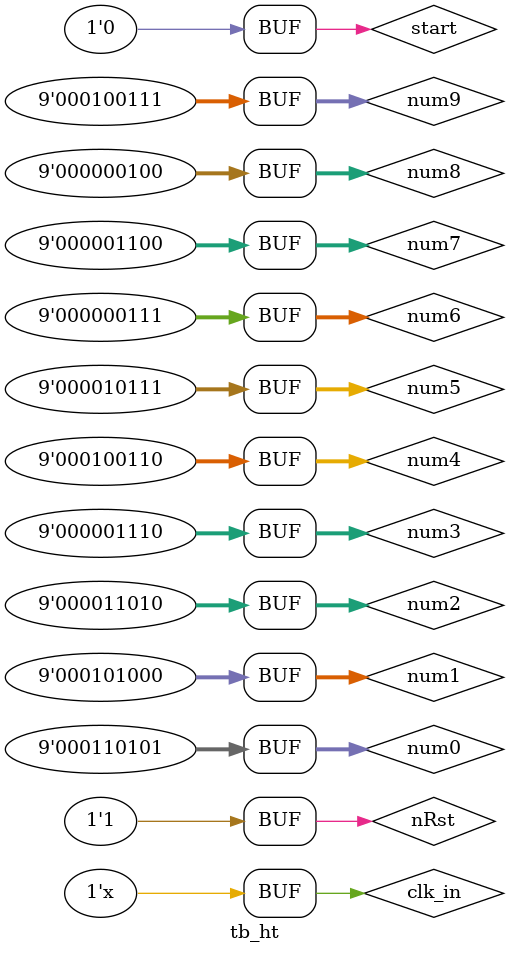
<source format=v>
`timescale 1ns / 1ps
`include "Huffman_tree.v"

module tb_ht();
    reg clk_in;
    reg nRst;
    reg start;
    reg [8:0]num0;
    reg [8:0]num1;
    reg [8:0]num2;
    reg [8:0]num3;
    reg [8:0]num4;
    reg [8:0]num5;
    reg [8:0]num6;
    reg [8:0]num7;
    reg [8:0]num8;
    reg [8:0]num9;

    wire [14:0]tree0;
    wire [14:0]tree1;
    wire [14:0]tree2;
    wire [14:0]tree3;
    wire [14:0]tree4;
    wire [14:0]tree5;
    wire [14:0]tree6;
    wire [14:0]tree7;
    wire [4:0]M1;
    wire [4:0]M2;
    wire Fin;

    Huffman_tree uut(
        .Clk_in(clk_in),
        .n_Rst(nRst),
        .Start_tree(start),
        .Num0(num0),
        .Num1(num1),
        .Num2(num2),
        .Num3(num3),
        .Num4(num4),
        .Num5(num5),
        .Num6(num6),
        .Num7(num7),
        .Num8(num8),
        .Num9(num9),
        .Node0(tree0),
        .Node1(tree1),
        .Node2(tree2),
        .Node3(tree3),
        .Node4(tree4),
        .Node5(tree5),
        .Node6(tree6),
        .Node7(tree7),
        .m1(M1),
        .m2(M2),
        .Fin(Fin)
    );

    initial begin
        clk_in = 0;
        nRst = 0;
        start = 0;
        //input data [53, 40, 26, 14, 38, 23, 7, 12, 4, 39]
       num0 = 9'h35;
        num1 = 9'h28;
        num2 = 9'h1a;
        num3 = 9'h0e;
        num4 = 9'h26;
        num5 = 9'h17;
        num6 = 9'h07;
        num7 = 9'h0c;
        num8 = 9'h04;
        num9 = 9'h27;

/* 
        num0 = 9'h100;
        num1 = 9'h0;
        num2 = 9'h0;
        num3 = 9'h0;
        num4 = 9'h0;
        num5 = 9'h0;
        num6 = 9'h0;
        num7 = 9'h0;
        num8 = 9'h0;
        num9 = 9'h0;
*/
        #500;
        nRst = 1;

        start = 1;
        #200;
        start = 0;
        
    end

    always #5 clk_in = ~clk_in;

endmodule

</source>
